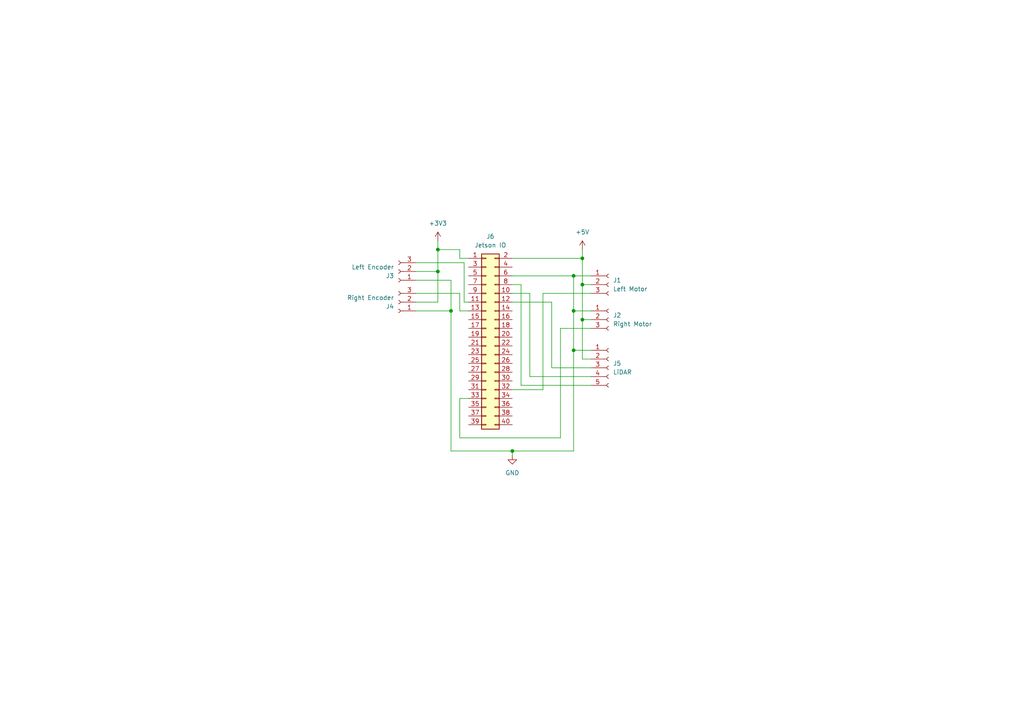
<source format=kicad_sch>
(kicad_sch (version 20230121) (generator eeschema)

  (uuid 3a34af9e-077c-4162-ba99-77c5a906a8a1)

  (paper "A4")

  (lib_symbols
    (symbol "Connector:Conn_01x03_Socket" (pin_names (offset 1.016) hide) (in_bom yes) (on_board yes)
      (property "Reference" "J" (at 0 5.08 0)
        (effects (font (size 1.27 1.27)))
      )
      (property "Value" "Conn_01x03_Socket" (at 0 -5.08 0)
        (effects (font (size 1.27 1.27)))
      )
      (property "Footprint" "" (at 0 0 0)
        (effects (font (size 1.27 1.27)) hide)
      )
      (property "Datasheet" "~" (at 0 0 0)
        (effects (font (size 1.27 1.27)) hide)
      )
      (property "ki_locked" "" (at 0 0 0)
        (effects (font (size 1.27 1.27)))
      )
      (property "ki_keywords" "connector" (at 0 0 0)
        (effects (font (size 1.27 1.27)) hide)
      )
      (property "ki_description" "Generic connector, single row, 01x03, script generated" (at 0 0 0)
        (effects (font (size 1.27 1.27)) hide)
      )
      (property "ki_fp_filters" "Connector*:*_1x??_*" (at 0 0 0)
        (effects (font (size 1.27 1.27)) hide)
      )
      (symbol "Conn_01x03_Socket_1_1"
        (arc (start 0 -2.032) (mid -0.5058 -2.54) (end 0 -3.048)
          (stroke (width 0.1524) (type default))
          (fill (type none))
        )
        (polyline
          (pts
            (xy -1.27 -2.54)
            (xy -0.508 -2.54)
          )
          (stroke (width 0.1524) (type default))
          (fill (type none))
        )
        (polyline
          (pts
            (xy -1.27 0)
            (xy -0.508 0)
          )
          (stroke (width 0.1524) (type default))
          (fill (type none))
        )
        (polyline
          (pts
            (xy -1.27 2.54)
            (xy -0.508 2.54)
          )
          (stroke (width 0.1524) (type default))
          (fill (type none))
        )
        (arc (start 0 0.508) (mid -0.5058 0) (end 0 -0.508)
          (stroke (width 0.1524) (type default))
          (fill (type none))
        )
        (arc (start 0 3.048) (mid -0.5058 2.54) (end 0 2.032)
          (stroke (width 0.1524) (type default))
          (fill (type none))
        )
        (pin passive line (at -5.08 2.54 0) (length 3.81)
          (name "Pin_1" (effects (font (size 1.27 1.27))))
          (number "1" (effects (font (size 1.27 1.27))))
        )
        (pin passive line (at -5.08 0 0) (length 3.81)
          (name "Pin_2" (effects (font (size 1.27 1.27))))
          (number "2" (effects (font (size 1.27 1.27))))
        )
        (pin passive line (at -5.08 -2.54 0) (length 3.81)
          (name "Pin_3" (effects (font (size 1.27 1.27))))
          (number "3" (effects (font (size 1.27 1.27))))
        )
      )
    )
    (symbol "Connector:Conn_01x05_Socket" (pin_names (offset 1.016) hide) (in_bom yes) (on_board yes)
      (property "Reference" "J" (at 0 7.62 0)
        (effects (font (size 1.27 1.27)))
      )
      (property "Value" "Conn_01x05_Socket" (at 0 -7.62 0)
        (effects (font (size 1.27 1.27)))
      )
      (property "Footprint" "" (at 0 0 0)
        (effects (font (size 1.27 1.27)) hide)
      )
      (property "Datasheet" "~" (at 0 0 0)
        (effects (font (size 1.27 1.27)) hide)
      )
      (property "ki_locked" "" (at 0 0 0)
        (effects (font (size 1.27 1.27)))
      )
      (property "ki_keywords" "connector" (at 0 0 0)
        (effects (font (size 1.27 1.27)) hide)
      )
      (property "ki_description" "Generic connector, single row, 01x05, script generated" (at 0 0 0)
        (effects (font (size 1.27 1.27)) hide)
      )
      (property "ki_fp_filters" "Connector*:*_1x??_*" (at 0 0 0)
        (effects (font (size 1.27 1.27)) hide)
      )
      (symbol "Conn_01x05_Socket_1_1"
        (arc (start 0 -4.572) (mid -0.5058 -5.08) (end 0 -5.588)
          (stroke (width 0.1524) (type default))
          (fill (type none))
        )
        (arc (start 0 -2.032) (mid -0.5058 -2.54) (end 0 -3.048)
          (stroke (width 0.1524) (type default))
          (fill (type none))
        )
        (polyline
          (pts
            (xy -1.27 -5.08)
            (xy -0.508 -5.08)
          )
          (stroke (width 0.1524) (type default))
          (fill (type none))
        )
        (polyline
          (pts
            (xy -1.27 -2.54)
            (xy -0.508 -2.54)
          )
          (stroke (width 0.1524) (type default))
          (fill (type none))
        )
        (polyline
          (pts
            (xy -1.27 0)
            (xy -0.508 0)
          )
          (stroke (width 0.1524) (type default))
          (fill (type none))
        )
        (polyline
          (pts
            (xy -1.27 2.54)
            (xy -0.508 2.54)
          )
          (stroke (width 0.1524) (type default))
          (fill (type none))
        )
        (polyline
          (pts
            (xy -1.27 5.08)
            (xy -0.508 5.08)
          )
          (stroke (width 0.1524) (type default))
          (fill (type none))
        )
        (arc (start 0 0.508) (mid -0.5058 0) (end 0 -0.508)
          (stroke (width 0.1524) (type default))
          (fill (type none))
        )
        (arc (start 0 3.048) (mid -0.5058 2.54) (end 0 2.032)
          (stroke (width 0.1524) (type default))
          (fill (type none))
        )
        (arc (start 0 5.588) (mid -0.5058 5.08) (end 0 4.572)
          (stroke (width 0.1524) (type default))
          (fill (type none))
        )
        (pin passive line (at -5.08 5.08 0) (length 3.81)
          (name "Pin_1" (effects (font (size 1.27 1.27))))
          (number "1" (effects (font (size 1.27 1.27))))
        )
        (pin passive line (at -5.08 2.54 0) (length 3.81)
          (name "Pin_2" (effects (font (size 1.27 1.27))))
          (number "2" (effects (font (size 1.27 1.27))))
        )
        (pin passive line (at -5.08 0 0) (length 3.81)
          (name "Pin_3" (effects (font (size 1.27 1.27))))
          (number "3" (effects (font (size 1.27 1.27))))
        )
        (pin passive line (at -5.08 -2.54 0) (length 3.81)
          (name "Pin_4" (effects (font (size 1.27 1.27))))
          (number "4" (effects (font (size 1.27 1.27))))
        )
        (pin passive line (at -5.08 -5.08 0) (length 3.81)
          (name "Pin_5" (effects (font (size 1.27 1.27))))
          (number "5" (effects (font (size 1.27 1.27))))
        )
      )
    )
    (symbol "Connector_Generic:Conn_02x20_Odd_Even" (pin_names (offset 1.016) hide) (in_bom yes) (on_board yes)
      (property "Reference" "J" (at 1.27 25.4 0)
        (effects (font (size 1.27 1.27)))
      )
      (property "Value" "Conn_02x20_Odd_Even" (at 1.27 -27.94 0)
        (effects (font (size 1.27 1.27)))
      )
      (property "Footprint" "" (at 0 0 0)
        (effects (font (size 1.27 1.27)) hide)
      )
      (property "Datasheet" "~" (at 0 0 0)
        (effects (font (size 1.27 1.27)) hide)
      )
      (property "ki_keywords" "connector" (at 0 0 0)
        (effects (font (size 1.27 1.27)) hide)
      )
      (property "ki_description" "Generic connector, double row, 02x20, odd/even pin numbering scheme (row 1 odd numbers, row 2 even numbers), script generated (kicad-library-utils/schlib/autogen/connector/)" (at 0 0 0)
        (effects (font (size 1.27 1.27)) hide)
      )
      (property "ki_fp_filters" "Connector*:*_2x??_*" (at 0 0 0)
        (effects (font (size 1.27 1.27)) hide)
      )
      (symbol "Conn_02x20_Odd_Even_1_1"
        (rectangle (start -1.27 -25.273) (end 0 -25.527)
          (stroke (width 0.1524) (type default))
          (fill (type none))
        )
        (rectangle (start -1.27 -22.733) (end 0 -22.987)
          (stroke (width 0.1524) (type default))
          (fill (type none))
        )
        (rectangle (start -1.27 -20.193) (end 0 -20.447)
          (stroke (width 0.1524) (type default))
          (fill (type none))
        )
        (rectangle (start -1.27 -17.653) (end 0 -17.907)
          (stroke (width 0.1524) (type default))
          (fill (type none))
        )
        (rectangle (start -1.27 -15.113) (end 0 -15.367)
          (stroke (width 0.1524) (type default))
          (fill (type none))
        )
        (rectangle (start -1.27 -12.573) (end 0 -12.827)
          (stroke (width 0.1524) (type default))
          (fill (type none))
        )
        (rectangle (start -1.27 -10.033) (end 0 -10.287)
          (stroke (width 0.1524) (type default))
          (fill (type none))
        )
        (rectangle (start -1.27 -7.493) (end 0 -7.747)
          (stroke (width 0.1524) (type default))
          (fill (type none))
        )
        (rectangle (start -1.27 -4.953) (end 0 -5.207)
          (stroke (width 0.1524) (type default))
          (fill (type none))
        )
        (rectangle (start -1.27 -2.413) (end 0 -2.667)
          (stroke (width 0.1524) (type default))
          (fill (type none))
        )
        (rectangle (start -1.27 0.127) (end 0 -0.127)
          (stroke (width 0.1524) (type default))
          (fill (type none))
        )
        (rectangle (start -1.27 2.667) (end 0 2.413)
          (stroke (width 0.1524) (type default))
          (fill (type none))
        )
        (rectangle (start -1.27 5.207) (end 0 4.953)
          (stroke (width 0.1524) (type default))
          (fill (type none))
        )
        (rectangle (start -1.27 7.747) (end 0 7.493)
          (stroke (width 0.1524) (type default))
          (fill (type none))
        )
        (rectangle (start -1.27 10.287) (end 0 10.033)
          (stroke (width 0.1524) (type default))
          (fill (type none))
        )
        (rectangle (start -1.27 12.827) (end 0 12.573)
          (stroke (width 0.1524) (type default))
          (fill (type none))
        )
        (rectangle (start -1.27 15.367) (end 0 15.113)
          (stroke (width 0.1524) (type default))
          (fill (type none))
        )
        (rectangle (start -1.27 17.907) (end 0 17.653)
          (stroke (width 0.1524) (type default))
          (fill (type none))
        )
        (rectangle (start -1.27 20.447) (end 0 20.193)
          (stroke (width 0.1524) (type default))
          (fill (type none))
        )
        (rectangle (start -1.27 22.987) (end 0 22.733)
          (stroke (width 0.1524) (type default))
          (fill (type none))
        )
        (rectangle (start -1.27 24.13) (end 3.81 -26.67)
          (stroke (width 0.254) (type default))
          (fill (type background))
        )
        (rectangle (start 3.81 -25.273) (end 2.54 -25.527)
          (stroke (width 0.1524) (type default))
          (fill (type none))
        )
        (rectangle (start 3.81 -22.733) (end 2.54 -22.987)
          (stroke (width 0.1524) (type default))
          (fill (type none))
        )
        (rectangle (start 3.81 -20.193) (end 2.54 -20.447)
          (stroke (width 0.1524) (type default))
          (fill (type none))
        )
        (rectangle (start 3.81 -17.653) (end 2.54 -17.907)
          (stroke (width 0.1524) (type default))
          (fill (type none))
        )
        (rectangle (start 3.81 -15.113) (end 2.54 -15.367)
          (stroke (width 0.1524) (type default))
          (fill (type none))
        )
        (rectangle (start 3.81 -12.573) (end 2.54 -12.827)
          (stroke (width 0.1524) (type default))
          (fill (type none))
        )
        (rectangle (start 3.81 -10.033) (end 2.54 -10.287)
          (stroke (width 0.1524) (type default))
          (fill (type none))
        )
        (rectangle (start 3.81 -7.493) (end 2.54 -7.747)
          (stroke (width 0.1524) (type default))
          (fill (type none))
        )
        (rectangle (start 3.81 -4.953) (end 2.54 -5.207)
          (stroke (width 0.1524) (type default))
          (fill (type none))
        )
        (rectangle (start 3.81 -2.413) (end 2.54 -2.667)
          (stroke (width 0.1524) (type default))
          (fill (type none))
        )
        (rectangle (start 3.81 0.127) (end 2.54 -0.127)
          (stroke (width 0.1524) (type default))
          (fill (type none))
        )
        (rectangle (start 3.81 2.667) (end 2.54 2.413)
          (stroke (width 0.1524) (type default))
          (fill (type none))
        )
        (rectangle (start 3.81 5.207) (end 2.54 4.953)
          (stroke (width 0.1524) (type default))
          (fill (type none))
        )
        (rectangle (start 3.81 7.747) (end 2.54 7.493)
          (stroke (width 0.1524) (type default))
          (fill (type none))
        )
        (rectangle (start 3.81 10.287) (end 2.54 10.033)
          (stroke (width 0.1524) (type default))
          (fill (type none))
        )
        (rectangle (start 3.81 12.827) (end 2.54 12.573)
          (stroke (width 0.1524) (type default))
          (fill (type none))
        )
        (rectangle (start 3.81 15.367) (end 2.54 15.113)
          (stroke (width 0.1524) (type default))
          (fill (type none))
        )
        (rectangle (start 3.81 17.907) (end 2.54 17.653)
          (stroke (width 0.1524) (type default))
          (fill (type none))
        )
        (rectangle (start 3.81 20.447) (end 2.54 20.193)
          (stroke (width 0.1524) (type default))
          (fill (type none))
        )
        (rectangle (start 3.81 22.987) (end 2.54 22.733)
          (stroke (width 0.1524) (type default))
          (fill (type none))
        )
        (pin passive line (at -5.08 22.86 0) (length 3.81)
          (name "Pin_1" (effects (font (size 1.27 1.27))))
          (number "1" (effects (font (size 1.27 1.27))))
        )
        (pin passive line (at 7.62 12.7 180) (length 3.81)
          (name "Pin_10" (effects (font (size 1.27 1.27))))
          (number "10" (effects (font (size 1.27 1.27))))
        )
        (pin passive line (at -5.08 10.16 0) (length 3.81)
          (name "Pin_11" (effects (font (size 1.27 1.27))))
          (number "11" (effects (font (size 1.27 1.27))))
        )
        (pin passive line (at 7.62 10.16 180) (length 3.81)
          (name "Pin_12" (effects (font (size 1.27 1.27))))
          (number "12" (effects (font (size 1.27 1.27))))
        )
        (pin passive line (at -5.08 7.62 0) (length 3.81)
          (name "Pin_13" (effects (font (size 1.27 1.27))))
          (number "13" (effects (font (size 1.27 1.27))))
        )
        (pin passive line (at 7.62 7.62 180) (length 3.81)
          (name "Pin_14" (effects (font (size 1.27 1.27))))
          (number "14" (effects (font (size 1.27 1.27))))
        )
        (pin passive line (at -5.08 5.08 0) (length 3.81)
          (name "Pin_15" (effects (font (size 1.27 1.27))))
          (number "15" (effects (font (size 1.27 1.27))))
        )
        (pin passive line (at 7.62 5.08 180) (length 3.81)
          (name "Pin_16" (effects (font (size 1.27 1.27))))
          (number "16" (effects (font (size 1.27 1.27))))
        )
        (pin passive line (at -5.08 2.54 0) (length 3.81)
          (name "Pin_17" (effects (font (size 1.27 1.27))))
          (number "17" (effects (font (size 1.27 1.27))))
        )
        (pin passive line (at 7.62 2.54 180) (length 3.81)
          (name "Pin_18" (effects (font (size 1.27 1.27))))
          (number "18" (effects (font (size 1.27 1.27))))
        )
        (pin passive line (at -5.08 0 0) (length 3.81)
          (name "Pin_19" (effects (font (size 1.27 1.27))))
          (number "19" (effects (font (size 1.27 1.27))))
        )
        (pin passive line (at 7.62 22.86 180) (length 3.81)
          (name "Pin_2" (effects (font (size 1.27 1.27))))
          (number "2" (effects (font (size 1.27 1.27))))
        )
        (pin passive line (at 7.62 0 180) (length 3.81)
          (name "Pin_20" (effects (font (size 1.27 1.27))))
          (number "20" (effects (font (size 1.27 1.27))))
        )
        (pin passive line (at -5.08 -2.54 0) (length 3.81)
          (name "Pin_21" (effects (font (size 1.27 1.27))))
          (number "21" (effects (font (size 1.27 1.27))))
        )
        (pin passive line (at 7.62 -2.54 180) (length 3.81)
          (name "Pin_22" (effects (font (size 1.27 1.27))))
          (number "22" (effects (font (size 1.27 1.27))))
        )
        (pin passive line (at -5.08 -5.08 0) (length 3.81)
          (name "Pin_23" (effects (font (size 1.27 1.27))))
          (number "23" (effects (font (size 1.27 1.27))))
        )
        (pin passive line (at 7.62 -5.08 180) (length 3.81)
          (name "Pin_24" (effects (font (size 1.27 1.27))))
          (number "24" (effects (font (size 1.27 1.27))))
        )
        (pin passive line (at -5.08 -7.62 0) (length 3.81)
          (name "Pin_25" (effects (font (size 1.27 1.27))))
          (number "25" (effects (font (size 1.27 1.27))))
        )
        (pin passive line (at 7.62 -7.62 180) (length 3.81)
          (name "Pin_26" (effects (font (size 1.27 1.27))))
          (number "26" (effects (font (size 1.27 1.27))))
        )
        (pin passive line (at -5.08 -10.16 0) (length 3.81)
          (name "Pin_27" (effects (font (size 1.27 1.27))))
          (number "27" (effects (font (size 1.27 1.27))))
        )
        (pin passive line (at 7.62 -10.16 180) (length 3.81)
          (name "Pin_28" (effects (font (size 1.27 1.27))))
          (number "28" (effects (font (size 1.27 1.27))))
        )
        (pin passive line (at -5.08 -12.7 0) (length 3.81)
          (name "Pin_29" (effects (font (size 1.27 1.27))))
          (number "29" (effects (font (size 1.27 1.27))))
        )
        (pin passive line (at -5.08 20.32 0) (length 3.81)
          (name "Pin_3" (effects (font (size 1.27 1.27))))
          (number "3" (effects (font (size 1.27 1.27))))
        )
        (pin passive line (at 7.62 -12.7 180) (length 3.81)
          (name "Pin_30" (effects (font (size 1.27 1.27))))
          (number "30" (effects (font (size 1.27 1.27))))
        )
        (pin passive line (at -5.08 -15.24 0) (length 3.81)
          (name "Pin_31" (effects (font (size 1.27 1.27))))
          (number "31" (effects (font (size 1.27 1.27))))
        )
        (pin passive line (at 7.62 -15.24 180) (length 3.81)
          (name "Pin_32" (effects (font (size 1.27 1.27))))
          (number "32" (effects (font (size 1.27 1.27))))
        )
        (pin passive line (at -5.08 -17.78 0) (length 3.81)
          (name "Pin_33" (effects (font (size 1.27 1.27))))
          (number "33" (effects (font (size 1.27 1.27))))
        )
        (pin passive line (at 7.62 -17.78 180) (length 3.81)
          (name "Pin_34" (effects (font (size 1.27 1.27))))
          (number "34" (effects (font (size 1.27 1.27))))
        )
        (pin passive line (at -5.08 -20.32 0) (length 3.81)
          (name "Pin_35" (effects (font (size 1.27 1.27))))
          (number "35" (effects (font (size 1.27 1.27))))
        )
        (pin passive line (at 7.62 -20.32 180) (length 3.81)
          (name "Pin_36" (effects (font (size 1.27 1.27))))
          (number "36" (effects (font (size 1.27 1.27))))
        )
        (pin passive line (at -5.08 -22.86 0) (length 3.81)
          (name "Pin_37" (effects (font (size 1.27 1.27))))
          (number "37" (effects (font (size 1.27 1.27))))
        )
        (pin passive line (at 7.62 -22.86 180) (length 3.81)
          (name "Pin_38" (effects (font (size 1.27 1.27))))
          (number "38" (effects (font (size 1.27 1.27))))
        )
        (pin passive line (at -5.08 -25.4 0) (length 3.81)
          (name "Pin_39" (effects (font (size 1.27 1.27))))
          (number "39" (effects (font (size 1.27 1.27))))
        )
        (pin passive line (at 7.62 20.32 180) (length 3.81)
          (name "Pin_4" (effects (font (size 1.27 1.27))))
          (number "4" (effects (font (size 1.27 1.27))))
        )
        (pin passive line (at 7.62 -25.4 180) (length 3.81)
          (name "Pin_40" (effects (font (size 1.27 1.27))))
          (number "40" (effects (font (size 1.27 1.27))))
        )
        (pin passive line (at -5.08 17.78 0) (length 3.81)
          (name "Pin_5" (effects (font (size 1.27 1.27))))
          (number "5" (effects (font (size 1.27 1.27))))
        )
        (pin passive line (at 7.62 17.78 180) (length 3.81)
          (name "Pin_6" (effects (font (size 1.27 1.27))))
          (number "6" (effects (font (size 1.27 1.27))))
        )
        (pin passive line (at -5.08 15.24 0) (length 3.81)
          (name "Pin_7" (effects (font (size 1.27 1.27))))
          (number "7" (effects (font (size 1.27 1.27))))
        )
        (pin passive line (at 7.62 15.24 180) (length 3.81)
          (name "Pin_8" (effects (font (size 1.27 1.27))))
          (number "8" (effects (font (size 1.27 1.27))))
        )
        (pin passive line (at -5.08 12.7 0) (length 3.81)
          (name "Pin_9" (effects (font (size 1.27 1.27))))
          (number "9" (effects (font (size 1.27 1.27))))
        )
      )
    )
    (symbol "power:+3V3" (power) (pin_names (offset 0)) (in_bom yes) (on_board yes)
      (property "Reference" "#PWR" (at 0 -3.81 0)
        (effects (font (size 1.27 1.27)) hide)
      )
      (property "Value" "+3V3" (at 0 3.556 0)
        (effects (font (size 1.27 1.27)))
      )
      (property "Footprint" "" (at 0 0 0)
        (effects (font (size 1.27 1.27)) hide)
      )
      (property "Datasheet" "" (at 0 0 0)
        (effects (font (size 1.27 1.27)) hide)
      )
      (property "ki_keywords" "global power" (at 0 0 0)
        (effects (font (size 1.27 1.27)) hide)
      )
      (property "ki_description" "Power symbol creates a global label with name \"+3V3\"" (at 0 0 0)
        (effects (font (size 1.27 1.27)) hide)
      )
      (symbol "+3V3_0_1"
        (polyline
          (pts
            (xy -0.762 1.27)
            (xy 0 2.54)
          )
          (stroke (width 0) (type default))
          (fill (type none))
        )
        (polyline
          (pts
            (xy 0 0)
            (xy 0 2.54)
          )
          (stroke (width 0) (type default))
          (fill (type none))
        )
        (polyline
          (pts
            (xy 0 2.54)
            (xy 0.762 1.27)
          )
          (stroke (width 0) (type default))
          (fill (type none))
        )
      )
      (symbol "+3V3_1_1"
        (pin power_in line (at 0 0 90) (length 0) hide
          (name "+3V3" (effects (font (size 1.27 1.27))))
          (number "1" (effects (font (size 1.27 1.27))))
        )
      )
    )
    (symbol "power:+5V" (power) (pin_names (offset 0)) (in_bom yes) (on_board yes)
      (property "Reference" "#PWR" (at 0 -3.81 0)
        (effects (font (size 1.27 1.27)) hide)
      )
      (property "Value" "+5V" (at 0 3.556 0)
        (effects (font (size 1.27 1.27)))
      )
      (property "Footprint" "" (at 0 0 0)
        (effects (font (size 1.27 1.27)) hide)
      )
      (property "Datasheet" "" (at 0 0 0)
        (effects (font (size 1.27 1.27)) hide)
      )
      (property "ki_keywords" "global power" (at 0 0 0)
        (effects (font (size 1.27 1.27)) hide)
      )
      (property "ki_description" "Power symbol creates a global label with name \"+5V\"" (at 0 0 0)
        (effects (font (size 1.27 1.27)) hide)
      )
      (symbol "+5V_0_1"
        (polyline
          (pts
            (xy -0.762 1.27)
            (xy 0 2.54)
          )
          (stroke (width 0) (type default))
          (fill (type none))
        )
        (polyline
          (pts
            (xy 0 0)
            (xy 0 2.54)
          )
          (stroke (width 0) (type default))
          (fill (type none))
        )
        (polyline
          (pts
            (xy 0 2.54)
            (xy 0.762 1.27)
          )
          (stroke (width 0) (type default))
          (fill (type none))
        )
      )
      (symbol "+5V_1_1"
        (pin power_in line (at 0 0 90) (length 0) hide
          (name "+5V" (effects (font (size 1.27 1.27))))
          (number "1" (effects (font (size 1.27 1.27))))
        )
      )
    )
    (symbol "power:GND" (power) (pin_names (offset 0)) (in_bom yes) (on_board yes)
      (property "Reference" "#PWR" (at 0 -6.35 0)
        (effects (font (size 1.27 1.27)) hide)
      )
      (property "Value" "GND" (at 0 -3.81 0)
        (effects (font (size 1.27 1.27)))
      )
      (property "Footprint" "" (at 0 0 0)
        (effects (font (size 1.27 1.27)) hide)
      )
      (property "Datasheet" "" (at 0 0 0)
        (effects (font (size 1.27 1.27)) hide)
      )
      (property "ki_keywords" "global power" (at 0 0 0)
        (effects (font (size 1.27 1.27)) hide)
      )
      (property "ki_description" "Power symbol creates a global label with name \"GND\" , ground" (at 0 0 0)
        (effects (font (size 1.27 1.27)) hide)
      )
      (symbol "GND_0_1"
        (polyline
          (pts
            (xy 0 0)
            (xy 0 -1.27)
            (xy 1.27 -1.27)
            (xy 0 -2.54)
            (xy -1.27 -1.27)
            (xy 0 -1.27)
          )
          (stroke (width 0) (type default))
          (fill (type none))
        )
      )
      (symbol "GND_1_1"
        (pin power_in line (at 0 0 270) (length 0) hide
          (name "GND" (effects (font (size 1.27 1.27))))
          (number "1" (effects (font (size 1.27 1.27))))
        )
      )
    )
  )

  (junction (at 168.91 82.55) (diameter 0) (color 0 0 0 0)
    (uuid 0239f7a1-b4af-4a9f-a164-a26892ec3b65)
  )
  (junction (at 127 78.74) (diameter 0) (color 0 0 0 0)
    (uuid 11911a95-dc38-47df-ae3c-202d86d67f86)
  )
  (junction (at 168.91 92.71) (diameter 0) (color 0 0 0 0)
    (uuid 243b98a0-8323-415d-936e-707a4bae70c3)
  )
  (junction (at 127 72.39) (diameter 0) (color 0 0 0 0)
    (uuid 2627f023-1ede-4d20-a345-9f1cb01d0fe2)
  )
  (junction (at 148.59 130.81) (diameter 0) (color 0 0 0 0)
    (uuid 2a3ec128-bc1a-49db-9419-2ac2ec2b0802)
  )
  (junction (at 166.37 90.17) (diameter 0) (color 0 0 0 0)
    (uuid 4f05c964-1feb-4176-a0ef-40950868b46d)
  )
  (junction (at 130.81 90.17) (diameter 0) (color 0 0 0 0)
    (uuid 6089ed48-3a99-4331-8015-998f2156574d)
  )
  (junction (at 166.37 80.01) (diameter 0) (color 0 0 0 0)
    (uuid c546c0a7-9144-40c0-8778-24e67666eb37)
  )
  (junction (at 168.91 74.93) (diameter 0) (color 0 0 0 0)
    (uuid d81f324a-562f-49de-8c9a-10c275a22bac)
  )
  (junction (at 166.37 101.6) (diameter 0) (color 0 0 0 0)
    (uuid e36db828-154c-4d5a-a254-c51ea7347c3c)
  )

  (wire (pts (xy 127 69.85) (xy 127 72.39))
    (stroke (width 0) (type default))
    (uuid 04035d5a-f042-4925-89e0-2a8140a2ce57)
  )
  (wire (pts (xy 130.81 81.28) (xy 130.81 90.17))
    (stroke (width 0) (type default))
    (uuid 05ead323-511c-4da5-a73b-0fc5ebbd8d35)
  )
  (wire (pts (xy 168.91 92.71) (xy 171.45 92.71))
    (stroke (width 0) (type default))
    (uuid 09a0f34c-860b-4ab2-a2e5-42a115c0249a)
  )
  (wire (pts (xy 133.35 127) (xy 133.35 115.57))
    (stroke (width 0) (type default))
    (uuid 0c2b9288-04c3-4cdd-8545-7bb8aa5a200f)
  )
  (wire (pts (xy 166.37 80.01) (xy 166.37 90.17))
    (stroke (width 0) (type default))
    (uuid 0f1fbd72-03b3-4b83-a684-64793e45f32b)
  )
  (wire (pts (xy 166.37 90.17) (xy 166.37 101.6))
    (stroke (width 0) (type default))
    (uuid 19687ed4-78e8-487d-b78e-fb7d63b31a9f)
  )
  (wire (pts (xy 166.37 101.6) (xy 166.37 130.81))
    (stroke (width 0) (type default))
    (uuid 2054384b-ef56-4b06-85be-b45fc6579eac)
  )
  (wire (pts (xy 171.45 85.09) (xy 157.48 85.09))
    (stroke (width 0) (type default))
    (uuid 23959537-5892-4b73-b6fd-27036d5adf4f)
  )
  (wire (pts (xy 133.35 74.93) (xy 135.89 74.93))
    (stroke (width 0) (type default))
    (uuid 29405968-36e5-4e24-b7b0-a16c4344a6eb)
  )
  (wire (pts (xy 148.59 80.01) (xy 166.37 80.01))
    (stroke (width 0) (type default))
    (uuid 2c6f1b72-86fe-44f1-8651-fd94f1d74483)
  )
  (wire (pts (xy 120.65 76.2) (xy 134.62 76.2))
    (stroke (width 0) (type default))
    (uuid 2d5da2e5-3daa-4dfc-9e72-5fe9a275cfd7)
  )
  (wire (pts (xy 168.91 74.93) (xy 168.91 72.39))
    (stroke (width 0) (type default))
    (uuid 34b2f1af-d688-4fb3-8cb8-967919dd74f0)
  )
  (wire (pts (xy 166.37 80.01) (xy 171.45 80.01))
    (stroke (width 0) (type default))
    (uuid 366acd6c-a7dd-430b-8d0d-df2a00f03ce4)
  )
  (wire (pts (xy 127 72.39) (xy 127 78.74))
    (stroke (width 0) (type default))
    (uuid 383ae56f-a116-4330-a75f-09c36d62c31e)
  )
  (wire (pts (xy 120.65 81.28) (xy 130.81 81.28))
    (stroke (width 0) (type default))
    (uuid 3be60201-481e-4ac4-b7c6-59246bc15aed)
  )
  (wire (pts (xy 148.59 82.55) (xy 151.13 82.55))
    (stroke (width 0) (type default))
    (uuid 3c956eb3-a334-4215-b5d8-4dab07c320f6)
  )
  (wire (pts (xy 171.45 109.22) (xy 153.67 109.22))
    (stroke (width 0) (type default))
    (uuid 47e77a09-8227-4990-898f-af56807d25b3)
  )
  (wire (pts (xy 157.48 113.03) (xy 148.59 113.03))
    (stroke (width 0) (type default))
    (uuid 47f7cf90-9108-4508-b8ed-99ed9dbcbe8e)
  )
  (wire (pts (xy 134.62 76.2) (xy 134.62 87.63))
    (stroke (width 0) (type default))
    (uuid 4eba9526-e345-465a-8f69-20a8724ffada)
  )
  (wire (pts (xy 133.35 115.57) (xy 135.89 115.57))
    (stroke (width 0) (type default))
    (uuid 4ed0e4d5-aa89-40ff-9eb2-e4adb012e3d1)
  )
  (wire (pts (xy 166.37 101.6) (xy 171.45 101.6))
    (stroke (width 0) (type default))
    (uuid 4f955ea0-5b44-455f-94a6-7eb06cda81dd)
  )
  (wire (pts (xy 120.65 85.09) (xy 133.35 85.09))
    (stroke (width 0) (type default))
    (uuid 555157ca-fd94-4a5f-8df8-0ee240a800b2)
  )
  (wire (pts (xy 133.35 72.39) (xy 133.35 74.93))
    (stroke (width 0) (type default))
    (uuid 61de7a35-4fa5-47ce-a735-ae01fb485a00)
  )
  (wire (pts (xy 135.89 90.17) (xy 133.35 90.17))
    (stroke (width 0) (type default))
    (uuid 63d20c4d-b21a-4739-ba31-2afbb31be9b0)
  )
  (wire (pts (xy 168.91 104.14) (xy 171.45 104.14))
    (stroke (width 0) (type default))
    (uuid 648550bf-2f44-499c-982c-826c1379bee3)
  )
  (wire (pts (xy 148.59 130.81) (xy 166.37 130.81))
    (stroke (width 0) (type default))
    (uuid 790f6d5f-ce98-4fac-88b9-e4b81849aef6)
  )
  (wire (pts (xy 120.65 78.74) (xy 127 78.74))
    (stroke (width 0) (type default))
    (uuid 7a23ec61-2334-4b5c-a657-acae0d2f3fe1)
  )
  (wire (pts (xy 133.35 90.17) (xy 133.35 85.09))
    (stroke (width 0) (type default))
    (uuid 7d5a4550-c8e8-4a1e-a729-bfcd4f11063a)
  )
  (wire (pts (xy 157.48 85.09) (xy 157.48 113.03))
    (stroke (width 0) (type default))
    (uuid 875395c7-452d-4165-811f-3e1e5fa7e18b)
  )
  (wire (pts (xy 148.59 87.63) (xy 160.02 87.63))
    (stroke (width 0) (type default))
    (uuid 88d9a6c0-e09f-4a63-8093-9211195bdf4e)
  )
  (wire (pts (xy 130.81 90.17) (xy 130.81 130.81))
    (stroke (width 0) (type default))
    (uuid 95139938-0a46-40d9-b684-0c7f5a67aa6d)
  )
  (wire (pts (xy 120.65 87.63) (xy 127 87.63))
    (stroke (width 0) (type default))
    (uuid 95d5ae4d-2fee-4e29-9c60-72aa5f1858e6)
  )
  (wire (pts (xy 168.91 82.55) (xy 171.45 82.55))
    (stroke (width 0) (type default))
    (uuid 9816a2bf-afcf-44d3-adc9-c7bb6e81ab49)
  )
  (wire (pts (xy 127 72.39) (xy 133.35 72.39))
    (stroke (width 0) (type default))
    (uuid 9ae1c57f-22fe-4363-833a-8adbf4a39f10)
  )
  (wire (pts (xy 171.45 106.68) (xy 160.02 106.68))
    (stroke (width 0) (type default))
    (uuid 9d3b04cd-275e-429b-8b46-b81918452685)
  )
  (wire (pts (xy 168.91 74.93) (xy 168.91 82.55))
    (stroke (width 0) (type default))
    (uuid a339d031-23a2-40b0-bc61-e70a5e8d01b2)
  )
  (wire (pts (xy 171.45 111.76) (xy 151.13 111.76))
    (stroke (width 0) (type default))
    (uuid a485cc38-e1f2-4189-8cd9-3c46968c797a)
  )
  (wire (pts (xy 168.91 82.55) (xy 168.91 92.71))
    (stroke (width 0) (type default))
    (uuid a67855ad-82c9-47d6-bb96-80ede5b93109)
  )
  (wire (pts (xy 153.67 109.22) (xy 153.67 85.09))
    (stroke (width 0) (type default))
    (uuid a734916d-bae9-4410-8745-f1a8739c80c2)
  )
  (wire (pts (xy 148.59 130.81) (xy 148.59 132.08))
    (stroke (width 0) (type default))
    (uuid a7a27a8e-24b8-4194-855c-d6a65dd38119)
  )
  (wire (pts (xy 148.59 85.09) (xy 153.67 85.09))
    (stroke (width 0) (type default))
    (uuid ab613d65-b625-4903-8303-781b3394872c)
  )
  (wire (pts (xy 162.56 95.25) (xy 162.56 127))
    (stroke (width 0) (type default))
    (uuid b7e822ba-6e39-4efc-b0ab-5a64d070101d)
  )
  (wire (pts (xy 151.13 111.76) (xy 151.13 82.55))
    (stroke (width 0) (type default))
    (uuid b8e7c983-5b52-4a5f-bd04-bbb556bc48c9)
  )
  (wire (pts (xy 171.45 95.25) (xy 162.56 95.25))
    (stroke (width 0) (type default))
    (uuid c1f9f3a5-3b5b-4402-b0e7-16d53d3f9819)
  )
  (wire (pts (xy 166.37 90.17) (xy 171.45 90.17))
    (stroke (width 0) (type default))
    (uuid c36c3770-aa81-4242-b2c7-ce9a8afbe4b0)
  )
  (wire (pts (xy 160.02 106.68) (xy 160.02 87.63))
    (stroke (width 0) (type default))
    (uuid c5709c33-8f67-47f0-8286-81b4b56c4de3)
  )
  (wire (pts (xy 120.65 90.17) (xy 130.81 90.17))
    (stroke (width 0) (type default))
    (uuid cd4727e4-3d27-4979-8390-697b65ae16fe)
  )
  (wire (pts (xy 127 87.63) (xy 127 78.74))
    (stroke (width 0) (type default))
    (uuid e1b0d84e-a408-4038-9e87-c0d4a65d0af3)
  )
  (wire (pts (xy 168.91 92.71) (xy 168.91 104.14))
    (stroke (width 0) (type default))
    (uuid e21224e8-0464-498b-9d94-e0ad3de0a31f)
  )
  (wire (pts (xy 162.56 127) (xy 133.35 127))
    (stroke (width 0) (type default))
    (uuid e6e8c668-02b5-42c9-8a99-e1a5f8b04160)
  )
  (wire (pts (xy 134.62 87.63) (xy 135.89 87.63))
    (stroke (width 0) (type default))
    (uuid e990f221-82b1-473b-bab9-0eeccadd892a)
  )
  (wire (pts (xy 148.59 74.93) (xy 168.91 74.93))
    (stroke (width 0) (type default))
    (uuid ebff6d65-ecb4-4392-a328-7b2c6d38d399)
  )
  (wire (pts (xy 130.81 130.81) (xy 148.59 130.81))
    (stroke (width 0) (type default))
    (uuid f3307f70-0f1f-4478-9fa4-4bb8022a3487)
  )

  (symbol (lib_id "Connector:Conn_01x03_Socket") (at 115.57 78.74 180) (unit 1)
    (in_bom yes) (on_board yes) (dnp no) (fields_autoplaced)
    (uuid 0f163cfc-4c70-49cb-a405-02682f675cc5)
    (property "Reference" "J3" (at 114.3 80.01 0)
      (effects (font (size 1.27 1.27)) (justify left))
    )
    (property "Value" "Left Encoder" (at 114.3 77.47 0)
      (effects (font (size 1.27 1.27)) (justify left))
    )
    (property "Footprint" "Connector_PinSocket_2.54mm:PinSocket_1x03_P2.54mm_Vertical" (at 115.57 78.74 0)
      (effects (font (size 1.27 1.27)) hide)
    )
    (property "Datasheet" "~" (at 115.57 78.74 0)
      (effects (font (size 1.27 1.27)) hide)
    )
    (pin "2" (uuid 6243346f-d9ba-48be-a31a-9395139361cc))
    (pin "1" (uuid b4b689a9-a781-4856-b81e-39f7f964ed37))
    (pin "3" (uuid 2d928f06-b7b4-4978-9405-c4b8716f8847))
    (instances
      (project "rhobot_circuit"
        (path "/3a34af9e-077c-4162-ba99-77c5a906a8a1"
          (reference "J3") (unit 1)
        )
      )
    )
  )

  (symbol (lib_id "Connector:Conn_01x03_Socket") (at 176.53 82.55 0) (unit 1)
    (in_bom yes) (on_board yes) (dnp no) (fields_autoplaced)
    (uuid 4219cbb1-338b-4d20-8253-99d4c355f5a9)
    (property "Reference" "J1" (at 177.8 81.28 0)
      (effects (font (size 1.27 1.27)) (justify left))
    )
    (property "Value" "Left Motor" (at 177.8 83.82 0)
      (effects (font (size 1.27 1.27)) (justify left))
    )
    (property "Footprint" "Connector_PinSocket_2.54mm:PinSocket_1x03_P2.54mm_Vertical" (at 176.53 82.55 0)
      (effects (font (size 1.27 1.27)) hide)
    )
    (property "Datasheet" "~" (at 176.53 82.55 0)
      (effects (font (size 1.27 1.27)) hide)
    )
    (pin "2" (uuid f24c02cf-61e5-4424-ba9a-6ce7a1e54a87))
    (pin "1" (uuid 7ef88307-36c2-46b4-8863-9d4d7647c7ce))
    (pin "3" (uuid 4c730090-6462-4dec-9550-f5e3339cc48b))
    (instances
      (project "rhobot_circuit"
        (path "/3a34af9e-077c-4162-ba99-77c5a906a8a1"
          (reference "J1") (unit 1)
        )
      )
    )
  )

  (symbol (lib_id "Connector_Generic:Conn_02x20_Odd_Even") (at 140.97 97.79 0) (unit 1)
    (in_bom yes) (on_board yes) (dnp no) (fields_autoplaced)
    (uuid 5c120bfe-eaab-4307-b2be-ed3acbf05eaf)
    (property "Reference" "J6" (at 142.24 68.58 0)
      (effects (font (size 1.27 1.27)))
    )
    (property "Value" "Jetson IO" (at 142.24 71.12 0)
      (effects (font (size 1.27 1.27)))
    )
    (property "Footprint" "Connector_PinSocket_2.54mm:PinSocket_2x20_P2.54mm_Vertical" (at 140.97 97.79 0)
      (effects (font (size 1.27 1.27)) hide)
    )
    (property "Datasheet" "~" (at 140.97 97.79 0)
      (effects (font (size 1.27 1.27)) hide)
    )
    (pin "3" (uuid ae9625b0-101d-4166-93a3-d69f8aa51419))
    (pin "32" (uuid 637efc83-9ecd-4362-855d-3ad129d7d27c))
    (pin "36" (uuid 0dac9f60-4203-4504-80c2-50a4a8ec0409))
    (pin "5" (uuid af67ec73-362e-40f9-8609-099ca6edd04a))
    (pin "33" (uuid fd72b891-bd7f-4b36-a42e-ea48fe93e411))
    (pin "19" (uuid f8a88797-0bc7-4b1b-8895-e856bd69baa1))
    (pin "6" (uuid 151a7763-52ae-45fe-901a-70836148c40e))
    (pin "9" (uuid ae65401d-4182-493b-871e-7694b33098ad))
    (pin "21" (uuid a7d91821-1174-480c-bc94-fdf4c14673b0))
    (pin "25" (uuid 28bfa06e-173e-4072-b8e4-482d407f0b4a))
    (pin "31" (uuid 1cafb414-78b5-4952-b0cc-e8362a2a81a1))
    (pin "40" (uuid 7bed73c0-bd36-4126-bfa6-55fe802e1106))
    (pin "24" (uuid 4bd14e0d-1b89-4268-beac-cc03a24f4d30))
    (pin "22" (uuid 2f24b4cc-4571-40ba-a37b-a110b3b74474))
    (pin "12" (uuid 7778a44d-c5d2-4aef-8dcb-b7d16c871473))
    (pin "2" (uuid c24d971c-b792-4472-8951-e1977456e40e))
    (pin "16" (uuid eb5243d5-3945-4179-86de-0e0943057fad))
    (pin "18" (uuid 3292bd73-21a4-4b2c-a82d-f8988b9c2cbc))
    (pin "23" (uuid 56e0b596-1733-4b0b-aca4-40697ee81e24))
    (pin "15" (uuid 6393f928-7ca6-40e3-8a73-fbf40a516348))
    (pin "29" (uuid 5f9b8699-c479-4ef5-b645-359b8198fa55))
    (pin "37" (uuid 1f6dc5e8-0eb7-47bf-a911-cb92bdf94595))
    (pin "7" (uuid 1b36058c-79a8-45dc-b888-07c577180a5b))
    (pin "30" (uuid af9b69b3-2bc4-431d-b3fb-d14f92da2e37))
    (pin "8" (uuid e1f9ff8c-6f8b-41ce-be16-c471face3f14))
    (pin "10" (uuid 9cf5d6a7-b969-4a82-b10a-7b4a6579e54d))
    (pin "20" (uuid 55562431-35bd-4a66-9aae-e85f5de5a663))
    (pin "11" (uuid 4d02e663-06c4-4930-9d12-b1d75cc0d349))
    (pin "28" (uuid 24d7f3ee-aa4c-4275-a915-1af182b35416))
    (pin "34" (uuid 1a2eb97f-d8fe-479c-9ec3-18a796b3478d))
    (pin "35" (uuid bf577d01-a51d-4ab4-bbc5-d1cefcbf9815))
    (pin "27" (uuid d4747c57-3455-4730-96af-6c8033e7b661))
    (pin "38" (uuid e5246ce8-6d3b-4c52-8761-6a90ac6702c1))
    (pin "13" (uuid b836b9ce-e275-40eb-9517-beb7779402bc))
    (pin "26" (uuid 4d39def6-d818-4170-92ca-77cc9f10f625))
    (pin "39" (uuid 8b24b0a6-de8f-4f05-a3fc-e20af6c2ff7a))
    (pin "1" (uuid 49889a78-b351-4645-afb2-578139049a44))
    (pin "17" (uuid 69899971-213b-48b4-880e-449dcb9d43ae))
    (pin "4" (uuid bad2369b-b10d-47ca-a62a-1db03dcf866f))
    (pin "14" (uuid f7bdb884-66c2-4f32-8a09-a7fa8b633252))
    (instances
      (project "rhobot_circuit"
        (path "/3a34af9e-077c-4162-ba99-77c5a906a8a1"
          (reference "J6") (unit 1)
        )
      )
    )
  )

  (symbol (lib_id "power:+5V") (at 168.91 72.39 0) (unit 1)
    (in_bom yes) (on_board yes) (dnp no) (fields_autoplaced)
    (uuid 781984a2-955c-4543-a28c-98066ce2bc3d)
    (property "Reference" "#PWR02" (at 168.91 76.2 0)
      (effects (font (size 1.27 1.27)) hide)
    )
    (property "Value" "+5V" (at 168.91 67.31 0)
      (effects (font (size 1.27 1.27)))
    )
    (property "Footprint" "" (at 168.91 72.39 0)
      (effects (font (size 1.27 1.27)) hide)
    )
    (property "Datasheet" "" (at 168.91 72.39 0)
      (effects (font (size 1.27 1.27)) hide)
    )
    (pin "1" (uuid fdc4a5fe-31cf-47e2-8ef0-150dbe675ec8))
    (instances
      (project "rhobot_circuit"
        (path "/3a34af9e-077c-4162-ba99-77c5a906a8a1"
          (reference "#PWR02") (unit 1)
        )
      )
    )
  )

  (symbol (lib_id "Connector:Conn_01x03_Socket") (at 176.53 92.71 0) (unit 1)
    (in_bom yes) (on_board yes) (dnp no) (fields_autoplaced)
    (uuid a4d5957d-8b6d-4894-828f-da5974eb5395)
    (property "Reference" "J2" (at 177.8 91.44 0)
      (effects (font (size 1.27 1.27)) (justify left))
    )
    (property "Value" "Right Motor" (at 177.8 93.98 0)
      (effects (font (size 1.27 1.27)) (justify left))
    )
    (property "Footprint" "Connector_PinSocket_2.54mm:PinSocket_1x03_P2.54mm_Vertical" (at 176.53 92.71 0)
      (effects (font (size 1.27 1.27)) hide)
    )
    (property "Datasheet" "~" (at 176.53 92.71 0)
      (effects (font (size 1.27 1.27)) hide)
    )
    (pin "2" (uuid 5aa1ad90-1491-4cc4-bd93-991d1f3938de))
    (pin "1" (uuid 6dc5660f-ed73-49e4-95d2-cbf0aa81acd3))
    (pin "3" (uuid 711f2f8a-b26a-447f-9eb5-4479957c1141))
    (instances
      (project "rhobot_circuit"
        (path "/3a34af9e-077c-4162-ba99-77c5a906a8a1"
          (reference "J2") (unit 1)
        )
      )
    )
  )

  (symbol (lib_id "Connector:Conn_01x05_Socket") (at 176.53 106.68 0) (unit 1)
    (in_bom yes) (on_board yes) (dnp no) (fields_autoplaced)
    (uuid af10502f-9875-4101-99fc-63f0ff167d41)
    (property "Reference" "J5" (at 177.8 105.41 0)
      (effects (font (size 1.27 1.27)) (justify left))
    )
    (property "Value" "LiDAR" (at 177.8 107.95 0)
      (effects (font (size 1.27 1.27)) (justify left))
    )
    (property "Footprint" "Connector_PinSocket_2.54mm:PinSocket_1x05_P2.54mm_Vertical" (at 176.53 106.68 0)
      (effects (font (size 1.27 1.27)) hide)
    )
    (property "Datasheet" "~" (at 176.53 106.68 0)
      (effects (font (size 1.27 1.27)) hide)
    )
    (pin "2" (uuid 101a80af-14c0-45cf-ac94-d77c4fdd59c1))
    (pin "3" (uuid d1b199cc-c0ca-43dc-8db1-7a897ee49cd7))
    (pin "4" (uuid 533d0edc-91ff-47a8-b46e-d96f5cde1002))
    (pin "5" (uuid 46ea5201-d5d3-415b-a033-f0f3d4597ba9))
    (pin "1" (uuid 9b9c1530-a083-40f9-bb58-7cce882f2448))
    (instances
      (project "rhobot_circuit"
        (path "/3a34af9e-077c-4162-ba99-77c5a906a8a1"
          (reference "J5") (unit 1)
        )
      )
    )
  )

  (symbol (lib_id "power:GND") (at 148.59 132.08 0) (unit 1)
    (in_bom yes) (on_board yes) (dnp no) (fields_autoplaced)
    (uuid bb6bc276-4b30-46a3-9052-88a67542dfba)
    (property "Reference" "#PWR03" (at 148.59 138.43 0)
      (effects (font (size 1.27 1.27)) hide)
    )
    (property "Value" "GND" (at 148.59 137.16 0)
      (effects (font (size 1.27 1.27)))
    )
    (property "Footprint" "" (at 148.59 132.08 0)
      (effects (font (size 1.27 1.27)) hide)
    )
    (property "Datasheet" "" (at 148.59 132.08 0)
      (effects (font (size 1.27 1.27)) hide)
    )
    (pin "1" (uuid 962f9f3a-654b-41b7-8eca-5d76a3f747e9))
    (instances
      (project "rhobot_circuit"
        (path "/3a34af9e-077c-4162-ba99-77c5a906a8a1"
          (reference "#PWR03") (unit 1)
        )
      )
    )
  )

  (symbol (lib_id "Connector:Conn_01x03_Socket") (at 115.57 87.63 180) (unit 1)
    (in_bom yes) (on_board yes) (dnp no) (fields_autoplaced)
    (uuid e6a3582f-2623-42dd-baa2-1cd9dcd60e20)
    (property "Reference" "J4" (at 114.3 88.9 0)
      (effects (font (size 1.27 1.27)) (justify left))
    )
    (property "Value" "Right Encoder" (at 114.3 86.36 0)
      (effects (font (size 1.27 1.27)) (justify left))
    )
    (property "Footprint" "Connector_PinSocket_2.54mm:PinSocket_1x03_P2.54mm_Vertical" (at 115.57 87.63 0)
      (effects (font (size 1.27 1.27)) hide)
    )
    (property "Datasheet" "~" (at 115.57 87.63 0)
      (effects (font (size 1.27 1.27)) hide)
    )
    (pin "2" (uuid 02823d3f-38d5-417c-80e3-146147fe3060))
    (pin "1" (uuid 9a1abd65-3eec-4a6b-8761-dd2e6f2d1d8f))
    (pin "3" (uuid 4eb99cf7-b314-469b-b762-2836ffabc4e5))
    (instances
      (project "rhobot_circuit"
        (path "/3a34af9e-077c-4162-ba99-77c5a906a8a1"
          (reference "J4") (unit 1)
        )
      )
    )
  )

  (symbol (lib_id "power:+3V3") (at 127 69.85 0) (unit 1)
    (in_bom yes) (on_board yes) (dnp no) (fields_autoplaced)
    (uuid fc74c4cc-c325-46c3-961b-7bcf9a8f96b3)
    (property "Reference" "#PWR01" (at 127 73.66 0)
      (effects (font (size 1.27 1.27)) hide)
    )
    (property "Value" "+3V3" (at 127 64.77 0)
      (effects (font (size 1.27 1.27)))
    )
    (property "Footprint" "" (at 127 69.85 0)
      (effects (font (size 1.27 1.27)) hide)
    )
    (property "Datasheet" "" (at 127 69.85 0)
      (effects (font (size 1.27 1.27)) hide)
    )
    (pin "1" (uuid 9ebe9c79-bf08-4371-9aa9-31b099289c69))
    (instances
      (project "rhobot_circuit"
        (path "/3a34af9e-077c-4162-ba99-77c5a906a8a1"
          (reference "#PWR01") (unit 1)
        )
      )
    )
  )

  (sheet_instances
    (path "/" (page "1"))
  )
)

</source>
